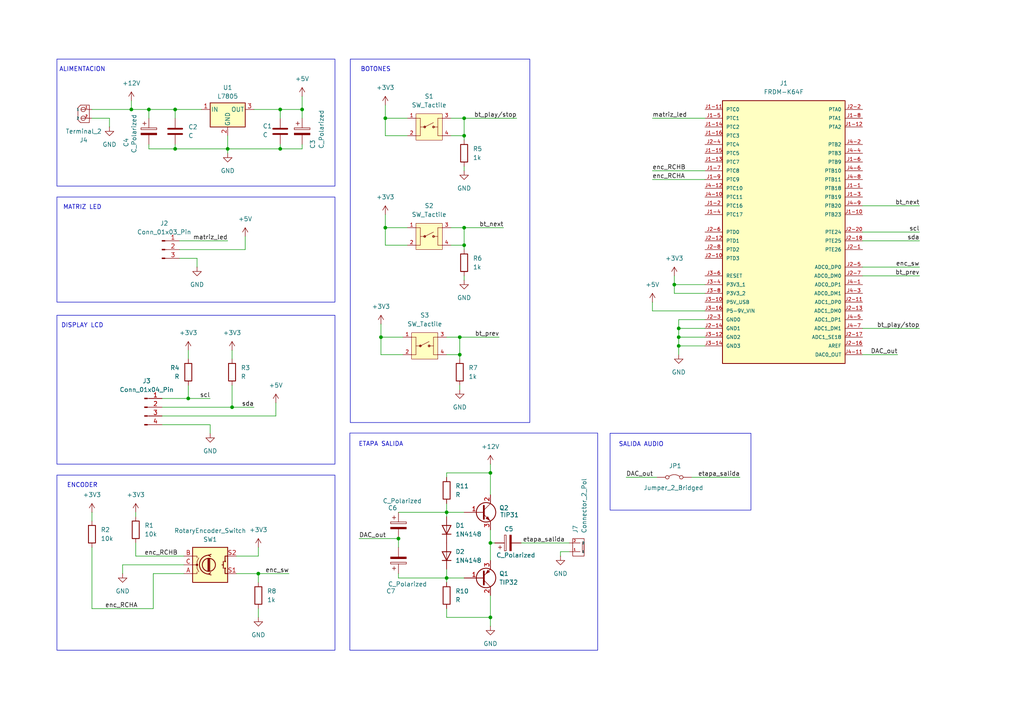
<source format=kicad_sch>
(kicad_sch (version 20250114) (generator "eeschema") (generator_version "9.0")
  (paper "A4")
  (lib_symbols
    (symbol "Connector:Conn_01x03_Pin" (pin_names (offset 1.016) (hide yes))
      (property "Reference" "J" (at 0 5.08 0))
      (property "Value" "Conn_01x03_Pin" (at 0 -5.08 0))
      (symbol "Conn_01x03_Pin_1_1"
        (rectangle (start 0.8636 2.667) (end 0 2.413) (stroke (width 0.1524)) (fill (type outline)))
        (rectangle (start 0.8636 0.127) (end 0 -0.127) (stroke (width 0.1524)) (fill (type outline)))
        (rectangle (start 0.8636 -2.413) (end 0 -2.667) (stroke (width 0.1524)) (fill (type outline)))
        (polyline (pts (xy 1.27 2.54) (xy 0.8636 2.54)) (stroke (width 0.1524)))
        (polyline (pts (xy 1.27 0) (xy 0.8636 0)) (stroke (width 0.1524)))
        (polyline (pts (xy 1.27 -2.54) (xy 0.8636 -2.54)) (stroke (width 0.1524)))
        (pin passive line (at 5.08 2.54 180) (length 3.81) (name "Pin_1") (number "1"))
        (pin passive line (at 5.08 0 180) (length 3.81) (name "Pin_2") (number "2"))
        (pin passive line (at 5.08 -2.54 180) (length 3.81) (name "Pin_3") (number "3"))
      )
    )
    (symbol "Connector:Conn_01x04_Pin" (pin_names (offset 1.016) (hide yes))
      (property "Reference" "J" (at 0 5.08 0))
      (property "Value" "Conn_01x04_Pin" (at 0 -7.62 0))
      (symbol "Conn_01x04_Pin_1_1"
        (rectangle (start 0.8636 2.667) (end 0 2.413) (stroke (width 0.1524)) (fill (type outline)))
        (rectangle (start 0.8636 0.127) (end 0 -0.127) (stroke (width 0.1524)) (fill (type outline)))
        (rectangle (start 0.8636 -2.413) (end 0 -2.667) (stroke (width 0.1524)) (fill (type outline)))
        (rectangle (start 0.8636 -4.953) (end 0 -5.207) (stroke (width 0.1524)) (fill (type outline)))
        (polyline (pts (xy 1.27 2.54) (xy 0.8636 2.54)) (stroke (width 0.1524)))
        (polyline (pts (xy 1.27 0) (xy 0.8636 0)) (stroke (width 0.1524)))
        (polyline (pts (xy 1.27 -2.54) (xy 0.8636 -2.54)) (stroke (width 0.1524)))
        (polyline (pts (xy 1.27 -5.08) (xy 0.8636 -5.08)) (stroke (width 0.1524)))
        (pin passive line (at 5.08 2.54 180) (length 3.81) (name "Pin_1") (number "1"))
        (pin passive line (at 5.08 0 180) (length 3.81) (name "Pin_2") (number "2"))
        (pin passive line (at 5.08 -2.54 180) (length 3.81) (name "Pin_3") (number "3"))
        (pin passive line (at 5.08 -5.08 180) (length 3.81) (name "Pin_4") (number "4"))
      )
    )
    (symbol "Device:RotaryEncoder_Switch" (pin_names (offset 0.254) (hide yes))
      (property "Reference" "SW" (at 0 6.604 0))
      (property "Value" "RotaryEncoder_Switch" (at 0 -6.604 0))
      (symbol "RotaryEncoder_Switch_0_1"
        (rectangle (start -5.08 5.08) (end 5.08 -5.08) (stroke (width 0.254)) (fill (type background)))
        (polyline (pts (xy -5.08 2.54) (xy -3.81 2.54) (xy -3.81 2.032)))
        (polyline (pts (xy -5.08 0) (xy -3.81 0) (xy -3.81 -1.016) (xy -3.302 -2.032)))
        (polyline (pts (xy -5.08 -2.54) (xy -3.81 -2.54) (xy -3.81 -2.032)))
        (polyline (pts (xy -4.318 0) (xy -3.81 0) (xy -3.81 1.016) (xy -3.302 2.032)))
        (circle (center -3.81 0) (radius 0.254) (fill (type outline)))
        (polyline (pts (xy -0.635 -1.778) (xy -0.635 1.778)) (stroke (width 0.254)))
        (circle (center -0.381 0) (radius 1.905) (stroke (width 0.254)))
        (polyline (pts (xy -0.381 -1.778) (xy -0.381 1.778)) (stroke (width 0.254)))
        (arc (start -0.381 -2.794) (mid -3.0988 -0.0635) (end -0.381 2.667) (stroke (width 0.254)))
        (polyline (pts (xy -0.127 1.778) (xy -0.127 -1.778)) (stroke (width 0.254)))
        (polyline (pts (xy 0.254 2.921) (xy -0.508 2.667) (xy 0.127 2.286)) (stroke (width 0.254)))
        (polyline (pts (xy 0.254 -3.048) (xy -0.508 -2.794) (xy 0.127 -2.413)) (stroke (width 0.254)))
        (polyline (pts (xy 3.81 1.016) (xy 3.81 -1.016)) (stroke (width 0.254)))
        (polyline (pts (xy 3.81 0) (xy 3.429 0)) (stroke (width 0.254)))
        (circle (center 4.318 1.016) (radius 0.127) (stroke (width 0.254)))
        (circle (center 4.318 -1.016) (radius 0.127) (stroke (width 0.254)))
        (polyline (pts (xy 5.08 2.54) (xy 4.318 2.54) (xy 4.318 1.016)) (stroke (width 0.254)))
        (polyline (pts (xy 5.08 -2.54) (xy 4.318 -2.54) (xy 4.318 -1.016)) (stroke (width 0.254)))
      )
      (symbol "RotaryEncoder_Switch_1_1"
        (pin passive line (at -7.62 2.54 0) (length 2.54) (name "A") (number "A"))
        (pin passive line (at -7.62 0 0) (length 2.54) (name "C") (number "C"))
        (pin passive line (at -7.62 -2.54 0) (length 2.54) (name "B") (number "B"))
        (pin passive line (at 7.62 2.54 180) (length 2.54) (name "S1") (number "S1"))
        (pin passive line (at 7.62 -2.54 180) (length 2.54) (name "S2") (number "S2"))
      )
    )
    (symbol "Diode:1N4148" (pin_numbers (hide yes)) (pin_names (hide yes))
      (property "Reference" "D" (at 0 2.54 0))
      (property "Value" "1N4148" (at 0 -2.54 0))
      (symbol "1N4148_0_1"
        (polyline (pts (xy -1.27 1.27) (xy -1.27 -1.27)) (stroke (width 0.254)))
        (polyline (pts (xy 1.27 1.27) (xy 1.27 -1.27) (xy -1.27 0) (xy 1.27 1.27)) (stroke (width 0.254)))
        (polyline (pts (xy 1.27 0) (xy -1.27 0)))
      )
      (symbol "1N4148_1_1"
        (pin passive line (at -3.81 0 0) (length 2.54) (name "K") (number "1"))
        (pin passive line (at 3.81 0 180) (length 2.54) (name "A") (number "2"))
      )
    )
    (symbol "Jumper:Jumper_2_Bridged" (pin_numbers (hide yes)) (pin_names (offset 0) (hide yes))
      (property "Reference" "JP" (at 0 1.905 0))
      (property "Value" "Jumper_2_Bridged" (at 0 -2.54 0))
      (symbol "Jumper_2_Bridged_0_0"
        (circle (center -2.032 0) (radius 0.508))
        (circle (center 2.032 0) (radius 0.508))
      )
      (symbol "Jumper_2_Bridged_0_1"
        (arc (start -1.524 0.254) (mid 0 0.762) (end 1.524 0.254))
      )
      (symbol "Jumper_2_Bridged_1_1"
        (pin passive line (at -5.08 0 0) (length 2.54) (name "A") (number "1"))
        (pin passive line (at 5.08 0 180) (length 2.54) (name "B") (number "2"))
      )
    )
    (symbol "Regulator_Linear:L7805" (pin_names (offset 0.254))
      (property "Reference" "U" (at -3.81 3.175 0))
      (property "Value" "L7805" (at 0 3.175 0))
      (symbol "L7805_0_1"
        (rectangle (start -5.08 1.905) (end 5.08 -5.08) (stroke (width 0.254)) (fill (type background)))
      )
      (symbol "L7805_1_1"
        (pin power_in line (at -7.62 0 0) (length 2.54) (name "IN") (number "1"))
        (pin power_in line (at 0 -7.62 90) (length 2.54) (name "GND") (number "2"))
        (pin power_out line (at 7.62 0 180) (length 2.54) (name "OUT") (number "3"))
      )
    )
    (symbol "SistEmb:FRDM-K64F" (pin_names (offset 1.016))
      (property "Reference" "J" (at -25.4 26.162 0))
      (property "Value" "FRDM-K64F" (at -25.4 -53.34 0))
      (symbol "FRDM-K64F_0_0"
        (rectangle (start -25.4 -50.8) (end 10.16 25.4) (stroke (width 0.254)) (fill (type background)))
        (pin bidirectional line (at -30.48 22.86 0) (length 5.08) (name "PTC0") (number "J1-11"))
        (pin bidirectional line (at -30.48 20.32 0) (length 5.08) (name "PTC1") (number "J1-5"))
        (pin bidirectional line (at -30.48 17.78 0) (length 5.08) (name "PTC2") (number "J1-14"))
        (pin bidirectional line (at -30.48 15.24 0) (length 5.08) (name "PTC3") (number "J1-16"))
        (pin bidirectional line (at -30.48 12.7 0) (length 5.08) (name "PTC4") (number "J2-4"))
        (pin bidirectional line (at -30.48 10.16 0) (length 5.08) (name "PTC5") (number "J1-15"))
        (pin bidirectional line (at -30.48 7.62 0) (length 5.08) (name "PTC7") (number "J1-13"))
        (pin bidirectional line (at -30.48 5.08 0) (length 5.08) (name "PTC8") (number "J1-7"))
        (pin bidirectional line (at -30.48 2.54 0) (length 5.08) (name "PTC9") (number "J1-9"))
        (pin bidirectional line (at -30.48 0 0) (length 5.08) (name "PTC10") (number "J4-12"))
        (pin bidirectional line (at -30.48 -2.54 0) (length 5.08) (name "PTC11") (number "J4-10"))
        (pin bidirectional line (at -30.48 -5.08 0) (length 5.08) (name "PTC16") (number "J1-2"))
        (pin bidirectional line (at -30.48 -7.62 0) (length 5.08) (name "PTC17") (number "J1-4"))
        (pin bidirectional line (at -30.48 -12.7 0) (length 5.08) (name "PTD0") (number "J2-6"))
        (pin bidirectional line (at -30.48 -15.24 0) (length 5.08) (name "PTD1") (number "J2-12"))
        (pin bidirectional line (at -30.48 -17.78 0) (length 5.08) (name "PTD2") (number "J2-8"))
        (pin bidirectional line (at -30.48 -20.32 0) (length 5.08) (name "PTD3") (number "J2-10"))
        (pin bidirectional line (at -30.48 -25.4 0) (length 5.08) (name "RESET") (number "J3-6"))
        (pin bidirectional line (at -30.48 -27.94 0) (length 5.08) (name "P3V3_1") (number "J3-4"))
        (pin bidirectional line (at -30.48 -30.48 0) (length 5.08) (name "P3V3_2") (number "J3-8"))
        (pin bidirectional line (at -30.48 -33.02 0) (length 5.08) (name "P5V_USB") (number "J3-10"))
        (pin bidirectional line (at -30.48 -35.56 0) (length 5.08) (name "P5-9V_VIN") (number "J3-16"))
        (pin bidirectional line (at -30.48 -38.1 0) (length 5.08) (name "GND0") (number "J2-3"))
        (pin bidirectional line (at -30.48 -40.64 0) (length 5.08) (name "GND1") (number "J2-14"))
        (pin bidirectional line (at -30.48 -43.18 0) (length 5.08) (name "GND2") (number "J3-12"))
        (pin bidirectional line (at -30.48 -45.72 0) (length 5.08) (name "GND3") (number "J3-14"))
        (pin bidirectional line (at 15.24 22.86 180) (length 5.08) (name "PTA0") (number "J2-2"))
        (pin bidirectional line (at 15.24 20.32 180) (length 5.08) (name "PTA1") (number "J1-8"))
        (pin bidirectional line (at 15.24 17.78 180) (length 5.08) (name "PTA2") (number "J1-12"))
        (pin bidirectional line (at 15.24 12.7 180) (length 5.08) (name "PTB2") (number "J4-2"))
        (pin bidirectional line (at 15.24 10.16 180) (length 5.08) (name "PTB3") (number "J4-4"))
        (pin bidirectional line (at 15.24 7.62 180) (length 5.08) (name "PTB9") (number "J1-6"))
        (pin bidirectional line (at 15.24 5.08 180) (length 5.08) (name "PTB10") (number "J4-6"))
        (pin bidirectional line (at 15.24 2.54 180) (length 5.08) (name "PTB11") (number "J4-8"))
        (pin bidirectional line (at 15.24 0 180) (length 5.08) (name "PTB18") (number "J1-1"))
        (pin bidirectional line (at 15.24 -2.54 180) (length 5.08) (name "PTB19") (number "J1-3"))
        (pin bidirectional line (at 15.24 -5.08 180) (length 5.08) (name "PTB20") (number "J4-9"))
        (pin bidirectional line (at 15.24 -7.62 180) (length 5.08) (name "PTB23") (number "J1-10"))
        (pin bidirectional line (at 15.24 -12.7 180) (length 5.08) (name "PTE24") (number "J2-20"))
        (pin bidirectional line (at 15.24 -15.24 180) (length 5.08) (name "PTE25") (number "J2-18"))
        (pin bidirectional line (at 15.24 -17.78 180) (length 5.08) (name "PTE26") (number "J2-1"))
        (pin bidirectional line (at 15.24 -22.86 180) (length 5.08) (name "ADC0_DP0") (number "J2-5"))
        (pin bidirectional line (at 15.24 -25.4 180) (length 5.08) (name "ADC0_DM0") (number "J2-7"))
        (pin bidirectional line (at 15.24 -27.94 180) (length 5.08) (name "ADC0_DP1") (number "J4-1"))
        (pin bidirectional line (at 15.24 -30.48 180) (length 5.08) (name "ADC0_DM1") (number "J4-3"))
        (pin bidirectional line (at 15.24 -33.02 180) (length 5.08) (name "ADC1_DP0") (number "J2-11"))
        (pin bidirectional line (at 15.24 -35.56 180) (length 5.08) (name "ADC1_DM0") (number "J2-13"))
        (pin bidirectional line (at 15.24 -38.1 180) (length 5.08) (name "ADC1_DP1") (number "J4-5"))
        (pin bidirectional line (at 15.24 -40.64 180) (length 5.08) (name "ADC1_DM1") (number "J4-7"))
        (pin bidirectional line (at 15.24 -43.18 180) (length 5.08) (name "ADC1_SE18") (number "J2-17"))
        (pin bidirectional line (at 15.24 -45.72 180) (length 5.08) (name "AREF") (number "J2-16"))
        (pin bidirectional line (at 15.24 -48.26 180) (length 5.08) (name "DAC0_OUT") (number "J4-11"))
      )
    )
    (symbol "TCLib:C" (pin_numbers (hide yes)) (pin_names (offset 0.254))
      (property "Reference" "C" (at 0.635 2.54 0))
      (property "Value" "C" (at 0.635 -2.54 0))
      (symbol "C_0_1"
        (polyline (pts (xy -2.032 0.762) (xy 2.032 0.762)) (stroke (width 0.508)))
        (polyline (pts (xy -2.032 -0.762) (xy 2.032 -0.762)) (stroke (width 0.508)))
      )
      (symbol "C_1_1"
        (pin passive line (at 0 3.81 270) (length 2.794) (name "~") (number "1"))
        (pin passive line (at 0 -3.81 90) (length 2.794) (name "~") (number "2"))
      )
    )
    (symbol "TCLib:C_Polarized" (pin_numbers (hide yes)) (pin_names (offset 0.254))
      (property "Reference" "C" (at 0.635 2.54 0))
      (property "Value" "C_Polarized" (at 0.635 -2.54 0))
      (symbol "C_Polarized_0_1"
        (rectangle (start -2.286 0.508) (end 2.286 1.016))
        (polyline (pts (xy -1.778 2.286) (xy -0.762 2.286)))
        (polyline (pts (xy -1.27 2.794) (xy -1.27 1.778)))
        (rectangle (start 2.286 -0.508) (end -2.286 -1.016) (fill (type outline)))
      )
      (symbol "C_Polarized_1_1"
        (pin passive line (at 0 3.81 270) (length 2.794) (name "~") (number "1"))
        (pin passive line (at 0 -3.81 90) (length 2.794) (name "~") (number "2"))
      )
    )
    (symbol "TCLib:Connector_2_Pol"
      (property "Reference" "J" (at -7.874 -2.032 0))
      (property "Value" "Connector_2_Pol" (at 0 0 0))
      (symbol "Connector_2_Pol_0_1"
        (rectangle (start -1.524 2.54) (end 1.778 -2.54))
        (rectangle (start 1.778 1.524) (end 1.27 -1.524))
      )
      (symbol "Connector_2_Pol_1_1"
        (pin passive line (at -2.54 1.27 0) (length 3.175) (name "2") (number "2"))
        (pin passive line (at -2.54 -1.27 0) (length 3.175) (name "1") (number "1"))
      )
    )
    (symbol "TCLib:R" (pin_numbers (hide yes)) (pin_names (offset 0))
      (property "Reference" "R" (at 0 0 90))
      (property "Value" "R" (at 2.286 0 90))
      (symbol "R_0_1"
        (rectangle (start -1.016 -2.54) (end 1.016 2.54) (stroke (width 0.254)))
      )
      (symbol "R_1_1"
        (pin passive line (at 0 3.81 270) (length 1.27) (name "~") (number "1"))
        (pin passive line (at 0 -3.81 90) (length 1.27) (name "~") (number "2"))
      )
    )
    (symbol "TCLib:SW_Tactile" (pin_names (offset 1.016))
      (property "Reference" "S" (at -4.3222 4.068 0))
      (property "Value" "SW_Tactile" (at -4.0644 -5.3346 0))
      (symbol "SW_Tactile_0_0"
        (polyline (pts (xy -3.81 2.54) (xy -2.54 2.54)) (stroke (width 0.127)))
        (rectangle (start -3.81 -3.81) (end 3.81 3.81) (stroke (width 0.127)) (fill (type background)))
        (polyline (pts (xy -2.54 2.54) (xy -2.54 -2.54)) (stroke (width 0.127)))
        (polyline (pts (xy -2.54 0) (xy -1.27 0)) (stroke (width 0.127)))
        (polyline (pts (xy -2.54 -2.54) (xy -3.81 -2.54)) (stroke (width 0.127)))
        (circle (center -1.27 0) (radius 0.254) (stroke (width 0.2159)))
        (polyline (pts (xy -1.27 0) (xy 1.27 1.27)) (stroke (width 0.127)))
        (polyline (pts (xy 1.27 0) (xy 2.54 0)) (stroke (width 0.127)))
        (circle (center 1.27 0) (radius 0.254) (stroke (width 0.2159)))
        (polyline (pts (xy 2.54 2.54) (xy 2.54 -2.54)) (stroke (width 0.127)))
        (polyline (pts (xy 2.54 -2.54) (xy 3.81 -2.54)) (stroke (width 0.127)))
        (polyline (pts (xy 3.81 2.54) (xy 2.54 2.54)) (stroke (width 0.127)))
        (pin passive line (at -6.35 2.54 0) (length 2.54) (name "~") (number "1"))
        (pin passive line (at -6.35 -2.54 0) (length 2.54) (name "~") (number "2"))
        (pin passive line (at 6.35 2.54 180) (length 2.54) (name "~") (number "3"))
        (pin passive line (at 6.35 -2.54 180) (length 2.54) (name "~") (number "4"))
      )
    )
    (symbol "TCLib:TIP31" (pin_names (offset 0) (hide yes))
      (property "Reference" "Q" (at 5.08 1.27 0))
      (property "Value" "TIP31" (at 5.08 -1.27 0))
      (symbol "TIP31_0_1"
        (polyline (pts (xy 0.635 1.905) (xy 0.635 -1.905) (xy 0.635 -1.905)) (stroke (width 0.508)))
        (polyline (pts (xy 0.635 0.635) (xy 2.54 2.54)))
        (polyline (pts (xy 0.635 -0.635) (xy 2.54 -2.54) (xy 2.54 -2.54)))
        (circle (center 1.27 0) (radius 2.8194) (stroke (width 0.254)))
        (polyline (pts (xy 1.27 -1.778) (xy 1.778 -1.27) (xy 2.286 -2.286) (xy 1.27 -1.778) (xy 1.27 -1.778)) (fill (type outline)))
      )
      (symbol "TIP31_1_1"
        (pin input line (at -5.08 0 0) (length 5.715) (name "B") (number "1"))
        (pin passive line (at 2.54 5.08 270) (length 2.54) (name "C") (number "2"))
        (pin passive line (at 2.54 -5.08 90) (length 2.54) (name "E") (number "3"))
      )
    )
    (symbol "TCLib:TIP32" (pin_names (offset 0) (hide yes))
      (property "Reference" "Q" (at 2.54 -1.27 0))
      (property "Value" "TIP32" (at 2.54 1.27 0))
      (symbol "TIP32_0_1"
        (polyline (pts (xy -1.905 0.635) (xy 0 2.54) (xy 0 2.54)))
        (polyline (pts (xy -1.905 -0.635) (xy 0 -2.54)))
        (polyline (pts (xy -1.905 -1.905) (xy -1.905 1.905) (xy -1.905 1.905)) (stroke (width 0.508)))
        (circle (center -1.27 0) (radius 2.8194) (stroke (width 0.254)))
        (polyline (pts (xy -0.254 1.778) (xy -0.762 2.286) (xy -1.27 1.27) (xy -0.254 1.778) (xy -0.254 1.778)) (fill (type outline)))
      )
      (symbol "TIP32_1_1"
        (pin input line (at -7.62 0 0) (length 5.715) (name "B") (number "1"))
        (pin passive line (at 0 5.08 270) (length 2.54) (name "E") (number "3"))
        (pin passive line (at 0 -5.08 90) (length 2.54) (name "C") (number "2"))
      )
    )
    (symbol "TCLib:Terminal_2"
      (property "Reference" "J" (at -7.874 -2.032 0))
      (property "Value" "Terminal_2" (at -0.254 -3.556 0))
      (symbol "Terminal_2_0_1"
        (polyline (pts (xy -1.524 1.778) (xy -0.762 2.54)))
        (polyline (pts (xy -1.524 -1.778) (xy -1.524 1.778)))
        (polyline (pts (xy -1.524 -1.778) (xy -0.762 -2.54)))
        (polyline (pts (xy -0.762 2.54) (xy 1.778 2.54) (xy 1.778 -2.54) (xy -0.762 -2.54)))
        (circle (center 0 -1.27) (radius 0.6404))
        (circle (center 0.002 1.267) (radius 0.6404))
      )
      (symbol "Terminal_2_1_1"
        (pin passive line (at 2.54 1.27 180) (length 3.175) (name "2") (number "2"))
        (pin passive line (at 2.54 -1.27 180) (length 3.175) (name "1") (number "1"))
      )
    )
    (symbol "power:+12V" (power) (pin_numbers (hide yes)) (pin_names (offset 0) (hide yes))
      (property "Value" "+12V" (at 0 3.556 0))
      (symbol "+12V_0_1"
        (polyline (pts (xy -0.762 1.27) (xy 0 2.54)))
        (polyline (pts (xy 0 2.54) (xy 0.762 1.27)))
        (polyline (pts (xy 0 0) (xy 0 2.54)))
      )
      (symbol "+12V_1_1"
        (pin power_in line (at 0 0 90) (length 0) (name "~") (number "1"))
      )
    )
    (symbol "power:+3V3" (power) (pin_numbers (hide yes)) (pin_names (offset 0) (hide yes))
      (property "Value" "+3V3" (at 0 3.556 0))
      (symbol "+3V3_0_1"
        (polyline (pts (xy -0.762 1.27) (xy 0 2.54)))
        (polyline (pts (xy 0 2.54) (xy 0.762 1.27)))
        (polyline (pts (xy 0 0) (xy 0 2.54)))
      )
      (symbol "+3V3_1_1"
        (pin power_in line (at 0 0 90) (length 0) (name "~") (number "1"))
      )
    )
    (symbol "power:+5V" (power) (pin_numbers (hide yes)) (pin_names (offset 0) (hide yes))
      (property "Value" "+5V" (at 0 3.556 0))
      (symbol "+5V_0_1"
        (polyline (pts (xy -0.762 1.27) (xy 0 2.54)))
        (polyline (pts (xy 0 2.54) (xy 0.762 1.27)))
        (polyline (pts (xy 0 0) (xy 0 2.54)))
      )
      (symbol "+5V_1_1"
        (pin power_in line (at 0 0 90) (length 0) (name "~") (number "1"))
      )
    )
    (symbol "power:GND" (power) (pin_numbers (hide yes)) (pin_names (offset 0) (hide yes))
      (property "Value" "GND" (at 0 -3.81 0))
      (symbol "GND_0_1"
        (polyline (pts (xy 0 0) (xy 0 -1.27) (xy 1.27 -1.27) (xy 0 -2.54) (xy -1.27 -1.27) (xy 0 -1.27)))
      )
      (symbol "GND_1_1"
        (pin power_in line (at 0 0 270) (length 0) (name "~") (number "1"))
      )
    )
  )
  (rectangle (start 16.51 137.795) (end 97.155 188.595))
  (rectangle (start 101.473 125.603) (end 173.355 188.595))
  (rectangle (start 16.51 91.44) (end 97.155 134.62))
  (rectangle (start 101.6 17.145) (end 153.67 122.555))
  (rectangle (start 176.9495 125.6637) (end 217.8049 147.9549))
  (rectangle (start 16.51 17.145) (end 97.155 53.975))
  (rectangle (start 16.51 57.15) (end 97.155 87.63))
  (text "ALIMENTACION" (at 23.876 20.193 0) (effects (font (size 1.27 1.27) (thickness 0.1588))))
  (text "SALIDA AUDIO" (at 185.9665 128.9657 0) (effects (font (size 1.27 1.27) (thickness 0.1588))))
  (text "MATRIZ LED" (at 23.876 60.198 0) (effects (font (size 1.27 1.27) (thickness 0.1588))))
  (text "ETAPA SALIDA" (at 110.49 128.905 0) (effects (font (size 1.27 1.27) (thickness 0.1588))))
  (text "DISPLAY LCD" (at 23.876 94.488 0) (effects (font (size 1.27 1.27) (thickness 0.1588))))
  (text "ENCODER" (at 23.876 140.843 0) (effects (font (size 1.27 1.27) (thickness 0.1588))))
  (text "BOTONES" (at 108.966 20.193 0) (effects (font (size 1.27 1.27) (thickness 0.1588))))
  (junction (at 74.93 166.37))
  (junction (at 134.62 66.04))
  (junction (at 133.35 97.79))
  (junction (at 54.61 115.57))
  (junction (at 196.85 97.79))
  (junction (at 111.76 34.29))
  (junction (at 134.62 34.29))
  (junction (at 43.18 31.75))
  (junction (at 142.24 179.07))
  (junction (at 129.54 148.59))
  (junction (at 50.8 31.75))
  (junction (at 134.62 39.37))
  (junction (at 81.28 31.75))
  (junction (at 38.1 31.75))
  (junction (at 133.35 102.87))
  (junction (at 115.57 156.21))
  (junction (at 111.76 66.04))
  (junction (at 66.04 43.18))
  (junction (at 134.62 71.12))
  (junction (at 196.85 100.33))
  (junction (at 129.54 167.64))
  (junction (at 142.24 137.16))
  (junction (at 87.63 31.75))
  (junction (at 67.31 118.11))
  (junction (at 50.8 43.18))
  (junction (at 195.58 82.55))
  (junction (at 142.24 157.48))
  (junction (at 110.49 97.79))
  (junction (at 196.85 95.25))
  (junction (at 81.28 43.18))
  (wire (pts (xy 115.57 148.59) (xy 129.54 148.59)))
  (wire (pts (xy 133.35 97.79) (xy 144.78 97.79)))
  (wire (pts (xy 43.18 31.75) (xy 43.18 34.29)))
  (wire (pts (xy 50.8 41.91) (xy 50.8 43.18)))
  (wire (pts (xy 129.54 97.79) (xy 133.35 97.79)))
  (wire (pts (xy 129.54 167.64) (xy 115.57 167.64)))
  (wire (pts (xy 110.49 97.79) (xy 116.84 97.79)))
  (wire (pts (xy 73.66 118.11) (xy 67.31 118.11)))
  (wire (pts (xy 162.56 161.29) (xy 162.56 160.02)))
  (wire (pts (xy 39.37 148.59) (xy 39.37 149.86)))
  (wire (pts (xy 196.85 95.25) (xy 204.47 95.25)))
  (wire (pts (xy 266.7 77.47) (xy 250.19 77.47)))
  (wire (pts (xy 134.62 40.64) (xy 134.62 39.37)))
  (wire (pts (xy 195.58 80.01) (xy 195.58 82.55)))
  (wire (pts (xy 71.12 68.58) (xy 71.12 72.39)))
  (wire (pts (xy 134.62 34.29) (xy 149.86 34.29)))
  (wire (pts (xy 111.76 34.29) (xy 111.76 39.37)))
  (wire (pts (xy 129.54 176.53) (xy 129.54 179.07)))
  (wire (pts (xy 151.13 157.48) (xy 165.1 157.48)))
  (wire (pts (xy 133.35 111.76) (xy 133.35 113.03)))
  (wire (pts (xy 142.24 172.72) (xy 142.24 179.07)))
  (wire (pts (xy 26.67 148.59) (xy 26.67 151.13)))
  (wire (pts (xy 31.75 36.83) (xy 31.75 34.29)))
  (wire (pts (xy 74.93 176.53) (xy 74.93 179.07)))
  (wire (pts (xy 162.56 160.02) (xy 165.1 160.02)))
  (wire (pts (xy 196.85 92.71) (xy 204.47 92.71)))
  (wire (pts (xy 134.62 39.37) (xy 134.62 34.29)))
  (wire (pts (xy 134.62 167.64) (xy 129.54 167.64)))
  (wire (pts (xy 54.61 115.57) (xy 60.96 115.57)))
  (wire (pts (xy 44.45 166.37) (xy 53.34 166.37)))
  (wire (pts (xy 204.47 85.09) (xy 195.58 85.09)))
  (wire (pts (xy 129.54 167.64) (xy 129.54 168.91)))
  (wire (pts (xy 67.31 111.76) (xy 67.31 118.11)))
  (wire (pts (xy 35.56 166.37) (xy 35.56 163.83)))
  (wire (pts (xy 134.62 80.01) (xy 134.62 81.28)))
  (wire (pts (xy 130.81 71.12) (xy 134.62 71.12)))
  (wire (pts (xy 129.54 102.87) (xy 133.35 102.87)))
  (wire (pts (xy 196.85 100.33) (xy 196.85 102.87)))
  (wire (pts (xy 110.49 102.87) (xy 116.84 102.87)))
  (wire (pts (xy 134.62 66.04) (xy 146.05 66.04)))
  (wire (pts (xy 111.76 71.12) (xy 118.11 71.12)))
  (wire (pts (xy 266.7 67.31) (xy 250.19 67.31)))
  (wire (pts (xy 142.24 157.48) (xy 143.51 157.48)))
  (wire (pts (xy 129.54 179.07) (xy 142.24 179.07)))
  (wire (pts (xy 111.76 66.04) (xy 111.76 71.12)))
  (wire (pts (xy 250.19 80.01) (xy 266.7 80.01)))
  (wire (pts (xy 81.28 31.75) (xy 73.66 31.75)))
  (wire (pts (xy 74.93 166.37) (xy 83.82 166.37)))
  (wire (pts (xy 39.37 161.29) (xy 39.37 157.48)))
  (wire (pts (xy 134.62 71.12) (xy 134.62 66.04)))
  (wire (pts (xy 189.23 34.29) (xy 204.47 34.29)))
  (wire (pts (xy 87.63 27.94) (xy 87.63 31.75)))
  (wire (pts (xy 134.62 148.59) (xy 129.54 148.59)))
  (wire (pts (xy 50.8 31.75) (xy 50.8 34.29)))
  (wire (pts (xy 111.76 66.04) (xy 118.11 66.04)))
  (wire (pts (xy 214.63 138.43) (xy 200.66 138.43)))
  (wire (pts (xy 129.54 137.16) (xy 142.24 137.16)))
  (wire (pts (xy 250.19 95.25) (xy 266.7 95.25)))
  (wire (pts (xy 142.24 153.67) (xy 142.24 157.48)))
  (wire (pts (xy 57.15 74.93) (xy 57.15 77.47)))
  (wire (pts (xy 66.04 69.85) (xy 52.07 69.85)))
  (wire (pts (xy 196.85 95.25) (xy 196.85 92.71)))
  (wire (pts (xy 54.61 111.76) (xy 54.61 115.57)))
  (wire (pts (xy 50.8 31.75) (xy 58.42 31.75)))
  (wire (pts (xy 46.99 123.19) (xy 60.96 123.19)))
  (wire (pts (xy 133.35 102.87) (xy 133.35 97.79)))
  (wire (pts (xy 26.67 31.75) (xy 38.1 31.75)))
  (wire (pts (xy 81.28 31.75) (xy 81.28 34.29)))
  (wire (pts (xy 74.93 166.37) (xy 74.93 168.91)))
  (wire (pts (xy 74.93 161.29) (xy 68.58 161.29)))
  (wire (pts (xy 43.18 41.91) (xy 43.18 43.18)))
  (wire (pts (xy 189.23 52.07) (xy 204.47 52.07)))
  (wire (pts (xy 87.63 31.75) (xy 81.28 31.75)))
  (wire (pts (xy 196.85 100.33) (xy 196.85 97.79)))
  (wire (pts (xy 39.37 161.29) (xy 53.34 161.29)))
  (wire (pts (xy 110.49 93.98) (xy 110.49 97.79)))
  (wire (pts (xy 67.31 101.6) (xy 67.31 104.14)))
  (wire (pts (xy 204.47 100.33) (xy 196.85 100.33)))
  (wire (pts (xy 142.24 157.48) (xy 142.24 162.56)))
  (wire (pts (xy 110.49 97.79) (xy 110.49 102.87)))
  (wire (pts (xy 129.54 165.1) (xy 129.54 167.64)))
  (wire (pts (xy 71.12 72.39) (xy 52.07 72.39)))
  (wire (pts (xy 196.85 97.79) (xy 204.47 97.79)))
  (wire (pts (xy 134.62 72.39) (xy 134.62 71.12)))
  (wire (pts (xy 260.35 102.87) (xy 250.19 102.87)))
  (wire (pts (xy 111.76 34.29) (xy 118.11 34.29)))
  (wire (pts (xy 52.07 74.93) (xy 57.15 74.93)))
  (wire (pts (xy 54.61 115.57) (xy 46.99 115.57)))
  (wire (pts (xy 87.63 34.29) (xy 87.63 31.75)))
  (wire (pts (xy 142.24 137.16) (xy 142.24 143.51)))
  (wire (pts (xy 130.81 39.37) (xy 134.62 39.37)))
  (wire (pts (xy 26.67 176.53) (xy 44.45 176.53)))
  (wire (pts (xy 87.63 41.91) (xy 87.63 43.18)))
  (wire (pts (xy 115.57 156.21) (xy 115.57 158.75)))
  (wire (pts (xy 44.45 176.53) (xy 44.45 166.37)))
  (wire (pts (xy 142.24 179.07) (xy 142.24 181.61)))
  (wire (pts (xy 38.1 31.75) (xy 43.18 31.75)))
  (wire (pts (xy 111.76 39.37) (xy 118.11 39.37)))
  (wire (pts (xy 26.67 34.29) (xy 31.75 34.29)))
  (wire (pts (xy 50.8 43.18) (xy 66.04 43.18)))
  (wire (pts (xy 66.04 43.18) (xy 81.28 43.18)))
  (wire (pts (xy 38.1 29.21) (xy 38.1 31.75)))
  (wire (pts (xy 129.54 138.43) (xy 129.54 137.16)))
  (wire (pts (xy 195.58 82.55) (xy 204.47 82.55)))
  (wire (pts (xy 104.14 156.21) (xy 115.57 156.21)))
  (wire (pts (xy 81.28 43.18) (xy 87.63 43.18)))
  (wire (pts (xy 250.19 59.69) (xy 266.7 59.69)))
  (wire (pts (xy 66.04 43.18) (xy 66.04 44.45)))
  (wire (pts (xy 134.62 48.26) (xy 134.62 49.53)))
  (wire (pts (xy 80.01 120.65) (xy 80.01 116.84)))
  (wire (pts (xy 81.28 41.91) (xy 81.28 43.18)))
  (wire (pts (xy 74.93 166.37) (xy 68.58 166.37)))
  (wire (pts (xy 189.23 49.53) (xy 204.47 49.53)))
  (wire (pts (xy 195.58 85.09) (xy 195.58 82.55)))
  (wire (pts (xy 26.67 176.53) (xy 26.67 158.75)))
  (wire (pts (xy 111.76 62.23) (xy 111.76 66.04)))
  (wire (pts (xy 130.81 34.29) (xy 134.62 34.29)))
  (wire (pts (xy 67.31 118.11) (xy 46.99 118.11)))
  (wire (pts (xy 129.54 148.59) (xy 129.54 146.05)))
  (wire (pts (xy 74.93 158.75) (xy 74.93 161.29)))
  (wire (pts (xy 189.23 90.17) (xy 204.47 90.17)))
  (wire (pts (xy 133.35 104.14) (xy 133.35 102.87)))
  (wire (pts (xy 115.57 167.64) (xy 115.57 166.37)))
  (wire (pts (xy 60.96 123.19) (xy 60.96 125.73)))
  (wire (pts (xy 189.23 87.63) (xy 189.23 90.17)))
  (wire (pts (xy 130.81 66.04) (xy 134.62 66.04)))
  (wire (pts (xy 46.99 120.65) (xy 80.01 120.65)))
  (wire (pts (xy 35.56 163.83) (xy 53.34 163.83)))
  (wire (pts (xy 111.76 30.48) (xy 111.76 34.29)))
  (wire (pts (xy 142.24 134.62) (xy 142.24 137.16)))
  (wire (pts (xy 266.7 69.85) (xy 250.19 69.85)))
  (wire (pts (xy 54.61 101.6) (xy 54.61 104.14)))
  (wire (pts (xy 181.61 138.43) (xy 190.5 138.43)))
  (wire (pts (xy 66.04 39.37) (xy 66.04 43.18)))
  (wire (pts (xy 43.18 31.75) (xy 50.8 31.75)))
  (wire (pts (xy 43.18 43.18) (xy 50.8 43.18)))
  (wire (pts (xy 196.85 97.79) (xy 196.85 95.25)))
  (wire (pts (xy 129.54 148.59) (xy 129.54 149.86)))
  (label "sda" (at 266.7 69.85 180) (effects (font (thickness 0.1588))))
  (label "etapa_salida" (at 163.83 157.48 180))
  (label "enc_RCHB" (at 189.23 49.53 0))
  (label "scl" (at 60.96 115.57 180))
  (label "scl" (at 266.7 67.31 180))
  (label "bt_prev" (at 144.78 97.79 180))
  (label "bt_next" (at 266.7 59.69 180))
  (label "DAC_out" (at 260.35 102.87 180))
  (label "bt_next" (at 146.05 66.04 180))
  (label "enc_RCHA" (at 30.48 176.53 0))
  (label "enc_sw" (at 83.82 166.37 180))
  (label "DAC_out" (at 181.61 138.43 0))
  (label "matriz_led" (at 189.23 34.29 0))
  (label "DAC_out" (at 104.14 156.21 0))
  (label "bt_play{slash}stop" (at 266.7 95.25 180))
  (label "sda" (at 73.66 118.11 180) (effects (font (thickness 0.1588))))
  (label "enc_sw" (at 266.7 77.47 180))
  (label "bt_play{slash}stop" (at 149.86 34.29 180))
  (label "matriz_led" (at 66.04 69.85 180))
  (label "enc_RCHA" (at 189.23 52.07 0))
  (label "bt_prev" (at 266.7 80.01 180))
  (label "etapa_salida" (at 214.63 138.43 180))
  (label "enc_RCHB" (at 41.91 161.29 0))
  (symbol (lib_id "TCLib:C_Polarized") (at 87.63 38.1 0) (unit 1)
    (property "Reference" "C3" (at 90.678 43.18 90) (effects (justify left)))
    (property "Value" "C_Polarized" (at 93.218 43.18 90) (effects (justify left)))
    (property "Footprint" "TCLib:CP_2.50mm" (effects (hide yes)))
    (property "Description" "Polarized capacitor" (effects (hide yes)))
  )
  (symbol (lib_id "TCLib:Connector_2_Pol") (at 167.64 158.75 0) (unit 1)
    (property "Reference" "J7" (at 166.878 154.686 90) (effects (justify left)))
    (property "Value" "Connector_2_Pol" (at 169.418 154.686 90) (effects (justify left)))
    (property "Footprint" "TCLib:Molex_1x02_P2.54mm" (effects (hide yes)))
  )
  (symbol (lib_id "power:+3V3") (at 110.49 93.98 0) (mirror y) (unit 1)
    (property "Reference" "#PWR019" (effects (hide yes)))
    (property "Value" "+3V3" (at 110.49 88.9 0))
    (property "Description" "Power symbol creates a global label with name \"+3V3\"" (effects (hide yes)))
  )
  (symbol (lib_id "power:GND") (at 134.62 81.28 0) (unit 1)
    (property "Reference" "#PWR018" (effects (hide yes)))
    (property "Value" "GND" (at 134.62 86.36 0))
    (property "Description" "Power symbol creates a global label with name \"GND\" , ground" (effects (hide yes)))
  )
  (symbol (lib_id "power:+5V") (at 189.23 87.63 0) (unit 1)
    (property "Reference" "#PWR03" (effects (hide yes)))
    (property "Value" "+5V" (at 189.23 82.55 0))
    (property "Description" "Power symbol creates a global label with name \"+5V\"" (effects (hide yes)))
  )
  (symbol (lib_id "TCLib:R") (at 26.67 154.94 180) (unit 1)
    (property "Reference" "R2" (at 29.21 153.6699 0) (effects (justify right)))
    (property "Value" "10k" (at 29.21 156.2099 0) (effects (justify right)))
    (property "Footprint" "TCLib:R_0.25W" (effects (hide yes)))
    (property "Description" "Resistor" (effects (hide yes)))
  )
  (symbol (lib_id "power:+5V") (at 71.12 68.58 0) (unit 1)
    (property "Reference" "#PWR02" (effects (hide yes)))
    (property "Value" "+5V" (at 71.12 63.5 0))
    (property "Description" "Power symbol creates a global label with name \"+5V\"" (effects (hide yes)))
  )
  (symbol (lib_id "TCLib:C_Polarized") (at 115.57 152.4 0) (unit 1)
    (property "Reference" "C6" (at 112.522 147.32 0) (effects (justify left)))
    (property "Value" "C_Polarized" (at 110.998 145.288 0) (effects (justify left)))
    (property "Footprint" "TCLib:CP_2.50mm" (effects (hide yes)))
    (property "Description" "Polarized capacitor" (effects (hide yes)))
  )
  (symbol (lib_id "power:+12V") (at 38.1 29.21 0) (unit 1)
    (property "Reference" "#PWR023" (effects (hide yes)))
    (property "Value" "+12V" (at 38.1 24.13 0))
    (property "Description" "Power symbol creates a global label with name \"+12V\"" (effects (hide yes)))
  )
  (symbol (lib_id "Diode:1N4148") (at 129.54 153.67 90) (unit 1)
    (property "Reference" "D1" (at 132.08 152.3999 90) (effects (justify right)))
    (property "Value" "1N4148" (at 132.08 154.9399 90) (effects (justify right)))
    (property "Footprint" "Diode_THT:D_DO-35_SOD27_P7.62mm_Horizontal" (effects (hide yes)))
    (property "Datasheet" "https://assets.nexperia.com/documents/data-sheet/1N4148_1N4448.pdf" (effects (hide yes)))
    (property "Description" "100V 0.15A standard switching diode, DO-35" (effects (hide yes)))
    (property "Sim.Device" "D" (effects (hide yes)))
    (property "Sim.Pins" "1=K 2=A" (effects (hide yes)))
  )
  (symbol (lib_id "TCLib:R") (at 39.37 153.67 0) (unit 1)
    (property "Reference" "R1" (at 41.91 152.3999 0) (effects (justify left)))
    (property "Value" "10k" (at 41.91 154.9399 0) (effects (justify left)))
    (property "Footprint" "TCLib:R_0.25W" (effects (hide yes)))
    (property "Description" "Resistor" (effects (hide yes)))
  )
  (symbol (lib_id "power:GND") (at 74.93 179.07 0) (unit 1)
    (property "Reference" "#PWR08" (effects (hide yes)))
    (property "Value" "GND" (at 74.93 184.15 0))
    (property "Description" "Power symbol creates a global label with name \"GND\" , ground" (effects (hide yes)))
  )
  (symbol (lib_id "TCLib:C") (at 81.28 38.1 0) (unit 1)
    (property "Reference" "C1" (at 76.2 36.576 0) (effects (justify left)))
    (property "Value" "C" (at 76.2 39.116 0) (effects (justify left)))
    (property "Footprint" "TCLib:C_5mm" (effects (hide yes)))
    (property "Description" "Unpolarized capacitor" (effects (hide yes)))
  )
  (symbol (lib_id "power:+3V3") (at 74.93 158.75 0) (unit 1)
    (property "Reference" "#PWR07" (effects (hide yes)))
    (property "Value" "+3V3" (at 74.93 153.67 0))
    (property "Description" "Power symbol creates a global label with name \"+3V3\"" (effects (hide yes)))
  )
  (symbol (lib_id "power:GND") (at 162.56 161.29 0) (unit 1)
    (property "Reference" "#PWR024" (effects (hide yes)))
    (property "Value" "GND" (at 162.56 166.37 0))
    (property "Description" "Power symbol creates a global label with name \"GND\" , ground" (effects (hide yes)))
  )
  (symbol (lib_id "power:GND") (at 196.85 102.87 0) (unit 1)
    (property "Reference" "#PWR06" (effects (hide yes)))
    (property "Value" "GND" (at 196.85 107.95 0))
    (property "Description" "Power symbol creates a global label with name \"GND\" , ground" (effects (hide yes)))
  )
  (symbol (lib_id "Device:RotaryEncoder_Switch") (at 60.96 163.83 0) (mirror x) (unit 1)
    (property "Reference" "SW1" (at 60.96 156.464 0))
    (property "Value" "RotaryEncoder_Switch" (at 60.96 153.924 0))
    (property "Footprint" "SistEmb:XDCR_PEC12R-4115F-S0012" (effects (hide yes)))
    (property "Description" "Rotary encoder, dual channel, incremental quadrate outputs, with switch" (effects (hide yes)))
  )
  (symbol (lib_id "TCLib:Terminal_2") (at 24.13 33.02 0) (mirror x) (unit 1)
    (property "Reference" "J4" (at 24.257 40.64 0))
    (property "Value" "Terminal_2" (at 24.257 38.1 0))
    (property "Footprint" "TCLib:Bornera_2_P5mm" (effects (hide yes)))
  )
  (symbol (lib_id "TCLib:R") (at 134.62 44.45 0) (unit 1)
    (property "Reference" "R5" (at 137.16 43.1799 0) (effects (justify left)))
    (property "Value" "1k" (at 137.16 45.7199 0) (effects (justify left)))
    (property "Footprint" "TCLib:R_0.25W" (effects (hide yes)))
    (property "Description" "Resistor" (effects (hide yes)))
  )
  (symbol (lib_id "power:GND") (at 66.04 44.45 0) (unit 1)
    (property "Reference" "#PWR027" (effects (hide yes)))
    (property "Value" "GND" (at 66.04 49.53 0))
    (property "Description" "Power symbol creates a global label with name \"GND\" , ground" (effects (hide yes)))
  )
  (symbol (lib_id "power:+3V3") (at 54.61 101.6 0) (mirror y) (unit 1)
    (property "Reference" "#PWR014" (effects (hide yes)))
    (property "Value" "+3V3" (at 54.61 96.52 0))
    (property "Description" "Power symbol creates a global label with name \"+3V3\"" (effects (hide yes)))
  )
  (symbol (lib_id "power:GND") (at 133.35 113.03 0) (unit 1)
    (property "Reference" "#PWR020" (effects (hide yes)))
    (property "Value" "GND" (at 133.35 118.11 0))
    (property "Description" "Power symbol creates a global label with name \"GND\" , ground" (effects (hide yes)))
  )
  (symbol (lib_id "power:+3V3") (at 111.76 30.48 0) (mirror y) (unit 1)
    (property "Reference" "#PWR015" (effects (hide yes)))
    (property "Value" "+3V3" (at 111.76 25.4 0))
    (property "Description" "Power symbol creates a global label with name \"+3V3\"" (effects (hide yes)))
  )
  (symbol (lib_id "TCLib:C_Polarized") (at 115.57 162.56 0) (mirror x) (unit 1)
    (property "Reference" "C7" (at 112.014 171.45 0) (effects (justify left)))
    (property "Value" "C_Polarized" (at 112.522 169.418 0) (effects (justify left)))
    (property "Footprint" "TCLib:CP_2.50mm" (effects (hide yes)))
    (property "Description" "Polarized capacitor" (effects (hide yes)))
  )
  (symbol (lib_id "TCLib:SW_Tactile") (at 124.46 36.83 0) (unit 1)
    (property "Reference" "S1" (at 124.46 27.94 0))
    (property "Value" "SW_Tactile" (at 124.46 30.48 0))
    (property "Footprint" "TCLib:SW_Tactile" (effects (hide yes)))
    (property "MF" "TE Connectivity" (effects (hide yes)))
    (property "Description_1" "\nSwitch,Pushbutton,Tactile,SPST,Thru Hole,Vertical,6MM,Black | TE Connectivity FSM8JH\n" (effects (hide yes)))
    (property "Package" "None" (effects (hide yes)))
    (property "Price" "None" (effects (hide yes)))
    (property "Check_prices" "https://www.snapeda.com/parts/FSM8JH/TE+Connectivity+ALCOSWITCH+Switches/view-part/?ref=eda" (effects (hide yes)))
    (property "STANDARD" "MANUFACTURER RECOMMENDATIONS" (effects (hide yes)))
    (property "PARTREV" "C10" (effects (hide yes)))
    (property "SnapEDA_Link" "https://www.snapeda.com/parts/FSM8JH/TE+Connectivity+ALCOSWITCH+Switches/view-part/?ref=snap" (effects (hide yes)))
    (property "MP" "FSM8JH" (effects (hide yes)))
    (property "Availability" "In Stock" (effects (hide yes)))
    (property "MANUFACTURER" "TE CONNECTIVITY" (effects (hide yes)))
  )
  (symbol (lib_id "Diode:1N4148") (at 129.54 161.29 90) (unit 1)
    (property "Reference" "D2" (at 132.08 160.0199 90) (effects (justify right)))
    (property "Value" "1N4148" (at 132.08 162.5599 90) (effects (justify right)))
    (property "Footprint" "Diode_THT:D_DO-35_SOD27_P7.62mm_Horizontal" (effects (hide yes)))
    (property "Datasheet" "https://assets.nexperia.com/documents/data-sheet/1N4148_1N4448.pdf" (effects (hide yes)))
    (property "Description" "100V 0.15A standard switching diode, DO-35" (effects (hide yes)))
    (property "Sim.Device" "D" (effects (hide yes)))
    (property "Sim.Pins" "1=K 2=A" (effects (hide yes)))
  )
  (symbol (lib_id "TCLib:R") (at 74.93 172.72 0) (unit 1)
    (property "Reference" "R8" (at 77.47 171.4499 0) (effects (justify left)))
    (property "Value" "1k" (at 77.47 173.9899 0) (effects (justify left)))
    (property "Footprint" "TCLib:R_0.25W" (effects (hide yes)))
    (property "Description" "Resistor" (effects (hide yes)))
  )
  (symbol (lib_id "power:+12V") (at 142.24 134.62 0) (unit 1)
    (property "Reference" "#PWR025" (effects (hide yes)))
    (property "Value" "+12V" (at 142.24 129.54 0))
    (property "Description" "Power symbol creates a global label with name \"+12V\"" (effects (hide yes)))
  )
  (symbol (lib_id "Connector:Conn_01x03_Pin") (at 46.99 72.39 0) (unit 1)
    (property "Reference" "J2" (at 47.625 64.77 0))
    (property "Value" "Conn_01x03_Pin" (at 47.625 67.31 0))
    (property "Footprint" "Connector_PinHeader_2.54mm:PinHeader_1x03_P2.54mm_Vertical" (effects (hide yes)))
    (property "Description" "Generic connector, single row, 01x03, script generated" (effects (hide yes)))
  )
  (symbol (lib_id "power:+5V") (at 87.63 27.94 0) (unit 1)
    (property "Reference" "#PWR026" (effects (hide yes)))
    (property "Value" "+5V" (at 87.63 22.86 0))
    (property "Description" "Power symbol creates a global label with name \"+5V\"" (effects (hide yes)))
  )
  (symbol (lib_id "power:GND") (at 31.75 36.83 0) (unit 1)
    (property "Reference" "#PWR021" (effects (hide yes)))
    (property "Value" "GND" (at 31.75 41.91 0))
    (property "Description" "Power symbol creates a global label with name \"GND\" , ground" (effects (hide yes)))
  )
  (symbol (lib_id "power:+5V") (at 80.01 116.84 0) (unit 1)
    (property "Reference" "#PWR05" (effects (hide yes)))
    (property "Value" "+5V" (at 80.01 111.76 0))
    (property "Description" "Power symbol creates a global label with name \"+5V\"" (effects (hide yes)))
  )
  (symbol (lib_id "TCLib:R") (at 133.35 107.95 0) (unit 1)
    (property "Reference" "R7" (at 135.89 106.6799 0) (effects (justify left)))
    (property "Value" "1k" (at 135.89 109.2199 0) (effects (justify left)))
    (property "Footprint" "TCLib:R_0.25W" (effects (hide yes)))
    (property "Description" "Resistor" (effects (hide yes)))
  )
  (symbol (lib_id "power:+3V3") (at 39.37 148.59 0) (unit 1)
    (property "Reference" "#PWR010" (effects (hide yes)))
    (property "Value" "+3V3" (at 39.37 143.51 0))
    (property "Description" "Power symbol creates a global label with name \"+3V3\"" (effects (hide yes)))
  )
  (symbol (lib_id "TCLib:R") (at 54.61 107.95 0) (mirror y) (unit 1)
    (property "Reference" "R4" (at 52.07 106.6799 0) (effects (justify left)))
    (property "Value" "R" (at 52.07 109.2199 0) (effects (justify left)))
    (property "Footprint" "TCLib:R_0.25W" (effects (hide yes)))
    (property "Description" "Resistor" (effects (hide yes)))
  )
  (symbol (lib_id "TCLib:C") (at 50.8 38.1 0) (unit 1)
    (property "Reference" "C2" (at 54.61 36.8299 0) (effects (justify left)))
    (property "Value" "C" (at 54.61 39.3699 0) (effects (justify left)))
    (property "Footprint" "TCLib:C_5mm" (effects (hide yes)))
    (property "Description" "Unpolarized capacitor" (effects (hide yes)))
  )
  (symbol (lib_id "power:+3V3") (at 26.67 148.59 0) (unit 1)
    (property "Reference" "#PWR09" (effects (hide yes)))
    (property "Value" "+3V3" (at 26.67 143.51 0))
    (property "Description" "Power symbol creates a global label with name \"+3V3\"" (effects (hide yes)))
  )
  (symbol (lib_id "power:GND") (at 142.24 181.61 0) (unit 1)
    (property "Reference" "#PWR028" (effects (hide yes)))
    (property "Value" "GND" (at 142.24 186.69 0))
    (property "Description" "Power symbol creates a global label with name \"GND\" , ground" (effects (hide yes)))
  )
  (symbol (lib_id "power:GND") (at 60.96 125.73 0) (unit 1)
    (property "Reference" "#PWR04" (effects (hide yes)))
    (property "Value" "GND" (at 60.96 130.81 0))
    (property "Description" "Power symbol creates a global label with name \"GND\" , ground" (effects (hide yes)))
  )
  (symbol (lib_id "power:+3V3") (at 195.58 80.01 0) (mirror y) (unit 1)
    (property "Reference" "#PWR012" (effects (hide yes)))
    (property "Value" "+3V3" (at 195.58 74.93 0))
    (property "Description" "Power symbol creates a global label with name \"+3V3\"" (effects (hide yes)))
  )
  (symbol (lib_id "TCLib:TIP31") (at 139.7 148.59 0) (unit 1)
    (property "Reference" "Q2" (at 144.78 147.3199 0) (effects (justify left)))
    (property "Value" "TIP31" (at 145.034 149.352 0) (effects (justify left)))
    (property "Footprint" "TCLib:TO-220-3_Vertical" (effects (hide yes)))
    (property "Description" "NPN transistor, collector/base/emitter" (effects (hide yes)))
  )
  (symbol (lib_id "Jumper:Jumper_2_Bridged") (at 195.58 138.43 0) (unit 1)
    (property "Reference" "JP1" (at 195.834 135.128 0))
    (property "Value" "Jumper_2_Bridged" (at 195.326 141.478 0))
    (property "Footprint" "TestPoint:TestPoint_2Pads_Pitch2.54mm_Drill0.8mm" (effects (hide yes)))
    (property "Description" "Jumper, 2-pole, closed/bridged" (effects (hide yes)))
  )
  (symbol (lib_id "TCLib:SW_Tactile") (at 123.19 100.33 0) (unit 1)
    (property "Reference" "S3" (at 123.19 91.44 0))
    (property "Value" "SW_Tactile" (at 123.19 93.98 0))
    (property "Footprint" "TCLib:SW_Tactile" (effects (hide yes)))
    (property "MF" "TE Connectivity" (effects (hide yes)))
    (property "Description_1" "\nSwitch,Pushbutton,Tactile,SPST,Thru Hole,Vertical,6MM,Black | TE Connectivity FSM8JH\n" (effects (hide yes)))
    (property "Package" "None" (effects (hide yes)))
    (property "Price" "None" (effects (hide yes)))
    (property "Check_prices" "https://www.snapeda.com/parts/FSM8JH/TE+Connectivity+ALCOSWITCH+Switches/view-part/?ref=eda" (effects (hide yes)))
    (property "STANDARD" "MANUFACTURER RECOMMENDATIONS" (effects (hide yes)))
    (property "PARTREV" "C10" (effects (hide yes)))
    (property "SnapEDA_Link" "https://www.snapeda.com/parts/FSM8JH/TE+Connectivity+ALCOSWITCH+Switches/view-part/?ref=snap" (effects (hide yes)))
    (property "MP" "FSM8JH" (effects (hide yes)))
    (property "Availability" "In Stock" (effects (hide yes)))
    (property "MANUFACTURER" "TE CONNECTIVITY" (effects (hide yes)))
  )
  (symbol (lib_id "TCLib:R") (at 67.31 107.95 0) (unit 1)
    (property "Reference" "R3" (at 69.85 106.6799 0) (effects (justify left)))
    (property "Value" "R" (at 69.85 109.2199 0) (effects (justify left)))
    (property "Footprint" "TCLib:R_0.25W" (effects (hide yes)))
    (property "Description" "Resistor" (effects (hide yes)))
  )
  (symbol (lib_id "Connector:Conn_01x04_Pin") (at 41.91 118.11 0) (unit 1)
    (property "Reference" "J3" (at 42.545 110.49 0))
    (property "Value" "Conn_01x04_Pin" (at 42.545 113.03 0))
    (property "Footprint" "Connector_PinHeader_2.54mm:PinHeader_1x04_P2.54mm_Vertical" (effects (hide yes)))
    (property "Description" "Generic connector, single row, 01x04, script generated" (effects (hide yes)))
  )
  (symbol (lib_id "TCLib:R") (at 134.62 76.2 0) (unit 1)
    (property "Reference" "R6" (at 137.16 74.9299 0) (effects (justify left)))
    (property "Value" "1k" (at 137.16 77.4699 0) (effects (justify left)))
    (property "Footprint" "TCLib:R_0.25W" (effects (hide yes)))
    (property "Description" "Resistor" (effects (hide yes)))
  )
  (symbol (lib_id "power:+3V3") (at 67.31 101.6 0) (mirror y) (unit 1)
    (property "Reference" "#PWR013" (effects (hide yes)))
    (property "Value" "+3V3" (at 67.31 96.52 0))
    (property "Description" "Power symbol creates a global label with name \"+3V3\"" (effects (hide yes)))
  )
  (symbol (lib_id "power:GND") (at 35.56 166.37 0) (unit 1)
    (property "Reference" "#PWR011" (effects (hide yes)))
    (property "Value" "GND" (at 35.56 171.45 0))
    (property "Description" "Power symbol creates a global label with name \"GND\" , ground" (effects (hide yes)))
  )
  (symbol (lib_id "SistEmb:FRDM-K64F") (at 234.95 54.61 0) (unit 1)
    (property "Reference" "J1" (at 227.33 24.13 0))
    (property "Value" "FRDM-K64F" (at 227.33 26.67 0))
    (property "Footprint" "SistEmb:FRDM-K64F" (effects (hide yes)))
    (property "MF" "NXP Semiconductors" (effects (hide yes)))
    (property "Description_1" "K24, K63, K64, mbed-Enabled Development Freedom Kinetis ARM® Cortex®-M4 MCU 32-Bit Embedded Evaluation Board" (effects (hide yes)))
    (property "Package" "None" (effects (hide yes)))
    (property "Price" "None" (effects (hide yes)))
    (property "SnapEDA_Link" "https://www.snapeda.com/parts/FRDM-K64F/NXP+Semiconductors/view-part/?ref=snap" (effects (hide yes)))
    (property "MP" "FRDM-K64F" (effects (hide yes)))
    (property "Availability" "In Stock" (effects (hide yes)))
    (property "Check_prices" "https://www.snapeda.com/parts/FRDM-K64F/NXP+Semiconductors/view-part/?ref=eda" (effects (hide yes)))
  )
  (symbol (lib_id "power:GND") (at 134.62 49.53 0) (unit 1)
    (property "Reference" "#PWR016" (effects (hide yes)))
    (property "Value" "GND" (at 134.62 54.61 0))
    (property "Description" "Power symbol creates a global label with name \"GND\" , ground" (effects (hide yes)))
  )
  (symbol (lib_id "TCLib:R") (at 129.54 142.24 0) (unit 1)
    (property "Reference" "R11" (at 132.08 140.9699 0) (effects (justify left)))
    (property "Value" "R" (at 132.08 143.5099 0) (effects (justify left)))
    (property "Footprint" "TCLib:R_0.25W" (effects (hide yes)))
    (property "Description" "Resistor" (effects (hide yes)))
  )
  (symbol (lib_id "power:+3V3") (at 111.76 62.23 0) (mirror y) (unit 1)
    (property "Reference" "#PWR017" (effects (hide yes)))
    (property "Value" "+3V3" (at 111.76 57.15 0))
    (property "Description" "Power symbol creates a global label with name \"+3V3\"" (effects (hide yes)))
  )
  (symbol (lib_id "TCLib:TIP32") (at 142.24 167.64 0) (unit 1)
    (property "Reference" "Q1" (at 144.78 166.3699 0) (effects (justify left)))
    (property "Value" "TIP32" (at 144.78 168.9099 0) (effects (justify left)))
    (property "Footprint" "TCLib:TO-220-3_Vertical" (effects (hide yes)))
    (property "Description" "PNP transistor, emitter/base/collector" (effects (hide yes)))
  )
  (symbol (lib_id "TCLib:C_Polarized") (at 147.32 157.48 90) (unit 1)
    (property "Reference" "C5" (at 147.574 153.416 90))
    (property "Value" "C_Polarized" (at 149.606 161.036 90))
    (property "Footprint" "TCLib:CP_2.50mm" (effects (hide yes)))
    (property "Description" "Polarized capacitor" (effects (hide yes)))
  )
  (symbol (lib_id "TCLib:C_Polarized") (at 43.18 38.1 0) (unit 1)
    (property "Reference" "C4" (at 36.576 42.672 90) (effects (justify left)))
    (property "Value" "C_Polarized" (at 38.862 44.45 90) (effects (justify left)))
    (property "Footprint" "TCLib:CP_2.50mm" (effects (hide yes)))
    (property "Description" "Polarized capacitor" (effects (hide yes)))
  )
  (symbol (lib_id "Regulator_Linear:L7805") (at 66.04 31.75 0) (unit 1)
    (property "Reference" "U1" (at 66.04 25.4 0))
    (property "Value" "L7805" (at 66.04 27.94 0))
    (property "Footprint" "Package_TO_SOT_THT:TO-220-3_Horizontal_TabDown" (effects (hide yes)))
    (property "Datasheet" "http://www.st.com/content/ccc/resource/technical/document/datasheet/41/4f/b3/b0/12/d4/47/88/CD00000444.pdf/files/CD00000444.pdf/jcr:content/translations/en.CD00000444.pdf" (effects (hide yes)))
    (property "Description" "Positive 1.5A 35V Linear Regulator, Fixed Output 5V, TO-220/TO-263/TO-252" (effects (hide yes)))
  )
  (symbol (lib_id "TCLib:SW_Tactile") (at 124.46 68.58 0) (unit 1)
    (property "Reference" "S2" (at 124.46 59.69 0))
    (property "Value" "SW_Tactile" (at 124.46 62.23 0))
    (property "Footprint" "TCLib:SW_Tactile" (effects (hide yes)))
    (property "MF" "TE Connectivity" (effects (hide yes)))
    (property "Description_1" "\nSwitch,Pushbutton,Tactile,SPST,Thru Hole,Vertical,6MM,Black | TE Connectivity FSM8JH\n" (effects (hide yes)))
    (property "Package" "None" (effects (hide yes)))
    (property "Price" "None" (effects (hide yes)))
    (property "Check_prices" "https://www.snapeda.com/parts/FSM8JH/TE+Connectivity+ALCOSWITCH+Switches/view-part/?ref=eda" (effects (hide yes)))
    (property "STANDARD" "MANUFACTURER RECOMMENDATIONS" (effects (hide yes)))
    (property "PARTREV" "C10" (effects (hide yes)))
    (property "SnapEDA_Link" "https://www.snapeda.com/parts/FSM8JH/TE+Connectivity+ALCOSWITCH+Switches/view-part/?ref=snap" (effects (hide yes)))
    (property "MP" "FSM8JH" (effects (hide yes)))
    (property "Availability" "In Stock" (effects (hide yes)))
    (property "MANUFACTURER" "TE CONNECTIVITY" (effects (hide yes)))
  )
  (symbol (lib_id "TCLib:R") (at 129.54 172.72 0) (unit 1)
    (property "Reference" "R10" (at 132.08 171.4499 0) (effects (justify left)))
    (property "Value" "R" (at 132.08 173.9899 0) (effects (justify left)))
    (property "Footprint" "TCLib:R_0.25W" (effects (hide yes)))
    (property "Description" "Resistor" (effects (hide yes)))
  )
  (symbol (lib_id "power:GND") (at 57.15 77.47 0) (unit 1)
    (property "Reference" "#PWR01" (effects (hide yes)))
    (property "Value" "GND" (at 57.15 82.55 0))
    (property "Description" "Power symbol creates a global label with name \"GND\" , ground" (effects (hide yes)))
  )
)
</source>
